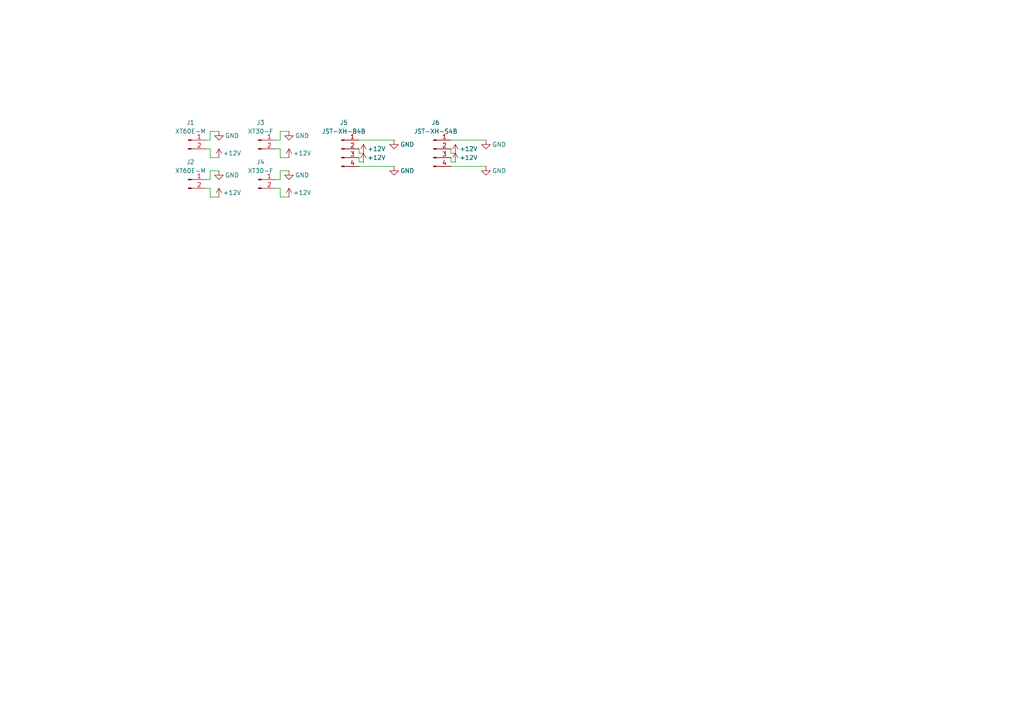
<source format=kicad_sch>
(kicad_sch (version 20231120) (generator "eeschema") (generator_version "8.0")
  (paper "A4")
  (title_block (title "Power Plate") (date "2024-06-06") (rev "v1.0") (company "Zhou Yikun & Zachary Ang") (comment 1 "RoboCup Junior Soccer Open 2024"))
  (lib_symbols
    (symbol "Connector:Conn_01x02_Pin" (pin_names (offset 1.016) hide)
      (property "Reference" "J" (at 0 2.54 0))
      (property "Value" "Conn_01x02_Pin" (at 0 -5.08 0))
      (symbol "Conn_01x02_Pin_1_1"
        (polyline (pts (xy 1.27 -2.54) (xy 0.8636 -2.54)) (stroke (width 0.1524)))
        (polyline (pts (xy 1.27 0) (xy 0.8636 0)) (stroke (width 0.1524)))
        (rectangle (start 0.8636 -2.413) (end 0 -2.667) (stroke (width 0.1524)) (fill (type outline)))
        (rectangle (start 0.8636 0.127) (end 0 -0.127) (stroke (width 0.1524)) (fill (type outline)))
        (pin passive line (at 5.08 0 180) (length 3.81) (name "Pin_1") (number "1"))
        (pin passive line (at 5.08 -2.54 180) (length 3.81) (name "Pin_2") (number "2"))
      )
    )
    (symbol "Connector:Conn_01x04_Pin" (pin_names (offset 1.016) hide)
      (property "Reference" "J" (at 0 5.08 0))
      (property "Value" "Conn_01x04_Pin" (at 0 -7.62 0))
      (symbol "Conn_01x04_Pin_1_1"
        (polyline (pts (xy 1.27 -5.08) (xy 0.8636 -5.08)) (stroke (width 0.1524)))
        (polyline (pts (xy 1.27 -2.54) (xy 0.8636 -2.54)) (stroke (width 0.1524)))
        (polyline (pts (xy 1.27 0) (xy 0.8636 0)) (stroke (width 0.1524)))
        (polyline (pts (xy 1.27 2.54) (xy 0.8636 2.54)) (stroke (width 0.1524)))
        (rectangle (start 0.8636 -4.953) (end 0 -5.207) (stroke (width 0.1524)) (fill (type outline)))
        (rectangle (start 0.8636 -2.413) (end 0 -2.667) (stroke (width 0.1524)) (fill (type outline)))
        (rectangle (start 0.8636 0.127) (end 0 -0.127) (stroke (width 0.1524)) (fill (type outline)))
        (rectangle (start 0.8636 2.667) (end 0 2.413) (stroke (width 0.1524)) (fill (type outline)))
        (pin passive line (at 5.08 2.54 180) (length 3.81) (name "Pin_1") (number "1"))
        (pin passive line (at 5.08 0 180) (length 3.81) (name "Pin_2") (number "2"))
        (pin passive line (at 5.08 -2.54 180) (length 3.81) (name "Pin_3") (number "3"))
        (pin passive line (at 5.08 -5.08 180) (length 3.81) (name "Pin_4") (number "4"))
      )
    )
    (symbol "power:+12V" (power) (pin_numbers hide) (pin_names (offset 0) hide)
      (property "Value" "+12V" (at 0 3.556 0))
      (symbol "+12V_0_1"
        (polyline (pts (xy -0.762 1.27) (xy 0 2.54)))
        (polyline (pts (xy 0 0) (xy 0 2.54)))
        (polyline (pts (xy 0 2.54) (xy 0.762 1.27)))
      )
      (symbol "+12V_1_1"
        (pin power_in line (at 0 0 90) (length 0) (name "~") (number "1"))
      )
    )
    (symbol "power:GND" (power) (pin_numbers hide) (pin_names (offset 0) hide)
      (property "Value" "GND" (at 0 -3.81 0))
      (symbol "GND_0_1"
        (polyline (pts (xy 0 0) (xy 0 -1.27) (xy 1.27 -1.27) (xy 0 -2.54) (xy -1.27 -1.27) (xy 0 -1.27)))
      )
      (symbol "GND_1_1"
        (pin power_in line (at 0 0 270) (length 0) (name "~") (number "1"))
      )
    )
  )
  (wire (pts (xy 81.28 43.18) (xy 81.28 45.72)))
  (wire (pts (xy 104.14 48.26) (xy 114.3 48.26)))
  (wire (pts (xy 60.96 40.64) (xy 59.69 40.64)))
  (wire (pts (xy 130.81 40.64) (xy 140.97 40.64)))
  (wire (pts (xy 60.96 40.64) (xy 60.96 38.1)))
  (wire (pts (xy 60.96 54.61) (xy 60.96 57.15)))
  (wire (pts (xy 81.28 45.72) (xy 83.82 45.72)))
  (wire (pts (xy 81.28 54.61) (xy 81.28 57.15)))
  (wire (pts (xy 60.96 43.18) (xy 60.96 45.72)))
  (wire (pts (xy 104.14 44.45) (xy 104.14 43.18)))
  (wire (pts (xy 60.96 52.07) (xy 59.69 52.07)))
  (wire (pts (xy 105.41 44.45) (xy 104.14 44.45)))
  (wire (pts (xy 60.96 54.61) (xy 59.69 54.61)))
  (wire (pts (xy 60.96 38.1) (xy 63.5 38.1)))
  (wire (pts (xy 60.96 49.53) (xy 63.5 49.53)))
  (wire (pts (xy 60.96 45.72) (xy 63.5 45.72)))
  (wire (pts (xy 81.28 49.53) (xy 83.82 49.53)))
  (wire (pts (xy 81.28 57.15) (xy 83.82 57.15)))
  (wire (pts (xy 81.28 40.64) (xy 80.01 40.64)))
  (wire (pts (xy 60.96 57.15) (xy 63.5 57.15)))
  (wire (pts (xy 81.28 54.61) (xy 80.01 54.61)))
  (wire (pts (xy 81.28 40.64) (xy 81.28 38.1)))
  (wire (pts (xy 130.81 45.72) (xy 130.81 46.99)))
  (wire (pts (xy 130.81 43.18) (xy 130.81 44.45)))
  (wire (pts (xy 81.28 52.07) (xy 80.01 52.07)))
  (wire (pts (xy 130.81 48.26) (xy 140.97 48.26)))
  (wire (pts (xy 132.08 44.45) (xy 130.81 44.45)))
  (wire (pts (xy 81.28 43.18) (xy 80.01 43.18)))
  (wire (pts (xy 81.28 52.07) (xy 81.28 49.53)))
  (wire (pts (xy 60.96 52.07) (xy 60.96 49.53)))
  (wire (pts (xy 132.08 46.99) (xy 130.81 46.99)))
  (wire (pts (xy 104.14 46.99) (xy 104.14 45.72)))
  (wire (pts (xy 104.14 40.64) (xy 114.3 40.64)))
  (wire (pts (xy 81.28 38.1) (xy 83.82 38.1)))
  (wire (pts (xy 60.96 43.18) (xy 59.69 43.18)))
  (wire (pts (xy 105.41 46.99) (xy 104.14 46.99)))
  (symbol (lib_id "Connector:Conn_01x02_Pin") (at 54.61 52.07 0) (unit 1)
    (property "Reference" "J2" (at 55.245 46.99 0))
    (property "Value" "XT60E-M" (at 55.245 49.53 0))
    (property "Footprint" "Connector_AMASS:AMASS_XT60-M_1x02_P7.20mm_Vertical" (effects (hide yes)))
    (property "Description" "Generic connector, single row, 01x02, script generated" (effects (hide yes)))
  )
  (symbol (lib_id "Connector:Conn_01x02_Pin") (at 74.93 40.64 0) (unit 1)
    (property "Reference" "J3" (at 75.565 35.56 0))
    (property "Value" "XT30-F" (at 75.565 38.1 0))
    (property "Footprint" "Connector_AMASS:AMASS_XT30U-F_1x02_P5.0mm_Vertical" (effects (hide yes)))
    (property "Description" "Generic connector, single row, 01x02, script generated" (effects (hide yes)))
  )
  (symbol (lib_id "power:+12V") (at 63.5 57.15 0) (unit 1)
    (property "Reference" "#PWR04" (effects (hide yes)))
    (property "Value" "+12V" (at 67.31 55.88 0))
    (property "Description" "Power symbol creates a global label with name \"+12V\"" (effects (hide yes)))
  )
  (symbol (lib_id "power:+12V") (at 132.08 44.45 0) (unit 1)
    (property "Reference" "#PWR09" (effects (hide yes)))
    (property "Value" "+12V" (at 135.89 43.18 0))
  )
  (symbol (lib_id "power:GND") (at 140.97 48.26 0) (unit 1)
    (property "Reference" "#PWR016" (effects (hide yes)))
    (property "Value" "GND" (at 144.78 49.53 0))
  )
  (symbol (lib_id "power:GND") (at 63.5 49.53 0) (unit 1)
    (property "Reference" "#PWR03" (effects (hide yes)))
    (property "Value" "GND" (at 67.31 50.8 0))
    (property "Description" "Power symbol creates a global label with name \"GND\" , ground" (effects (hide yes)))
  )
  (symbol (lib_id "Connector:Conn_01x04_Pin") (at 125.73 43.18 0) (unit 1)
    (property "Reference" "J6" (at 126.365 35.56 0))
    (property "Value" "JST-XH-S4B" (at 126.365 38.1 0))
    (property "Footprint" "Connector_JST:JST_XH_S4B-XH-A_1x04_P2.50mm_Horizontal" (effects (hide yes)))
    (property "Description" "Generic connector, single row, 01x04, script generated" (effects (hide yes)))
  )
  (symbol (lib_id "power:+12V") (at 83.82 57.15 0) (unit 1)
    (property "Reference" "#PWR08" (effects (hide yes)))
    (property "Value" "+12V" (at 87.63 55.88 0))
    (property "Description" "Power symbol creates a global label with name \"+12V\"" (effects (hide yes)))
  )
  (symbol (lib_id "power:+12V") (at 132.08 46.99 0) (unit 1)
    (property "Reference" "#PWR010" (effects (hide yes)))
    (property "Value" "+12V" (at 135.89 45.72 0))
  )
  (symbol (lib_id "power:+12V") (at 105.41 44.45 0) (unit 1)
    (property "Reference" "#PWR013" (effects (hide yes)))
    (property "Value" "+12V" (at 109.22 43.18 0))
  )
  (symbol (lib_id "Connector:Conn_01x02_Pin") (at 54.61 40.64 0) (unit 1)
    (property "Reference" "J1" (at 55.245 35.56 0))
    (property "Value" "XT60E-M" (at 55.245 38.1 0))
    (property "Footprint" "Connector_AMASS:AMASS_XT60-M_1x02_P7.20mm_Vertical" (effects (hide yes)))
    (property "Description" "Generic connector, single row, 01x02, script generated" (effects (hide yes)))
  )
  (symbol (lib_id "power:GND") (at 83.82 38.1 0) (unit 1)
    (property "Reference" "#PWR05" (effects (hide yes)))
    (property "Value" "GND" (at 87.63 39.37 0))
    (property "Description" "Power symbol creates a global label with name \"GND\" , ground" (effects (hide yes)))
  )
  (symbol (lib_id "power:+12V") (at 83.82 45.72 0) (unit 1)
    (property "Reference" "#PWR06" (effects (hide yes)))
    (property "Value" "+12V" (at 87.63 44.45 0))
    (property "Description" "Power symbol creates a global label with name \"+12V\"" (effects (hide yes)))
  )
  (symbol (lib_id "power:GND") (at 140.97 40.64 0) (unit 1)
    (property "Reference" "#PWR012" (effects (hide yes)))
    (property "Value" "GND" (at 144.78 41.91 0))
  )
  (symbol (lib_id "Connector:Conn_01x04_Pin") (at 99.06 43.18 0) (unit 1)
    (property "Reference" "J5" (at 99.695 35.56 0))
    (property "Value" "JST-XH-B4B" (at 99.695 38.1 0))
    (property "Footprint" "Connector_JST:JST_XH_B4B-XH-A_1x04_P2.50mm_Vertical" (effects (hide yes)))
    (property "Description" "Generic connector, single row, 01x04, script generated" (effects (hide yes)))
  )
  (symbol (lib_id "power:GND") (at 114.3 40.64 0) (unit 1)
    (property "Reference" "#PWR015" (effects (hide yes)))
    (property "Value" "GND" (at 118.11 41.91 0))
  )
  (symbol (lib_id "Connector:Conn_01x02_Pin") (at 74.93 52.07 0) (unit 1)
    (property "Reference" "J4" (at 75.565 46.99 0))
    (property "Value" "XT30-F" (at 75.565 49.53 0))
    (property "Footprint" "Connector_AMASS:AMASS_XT30U-F_1x02_P5.0mm_Vertical" (effects (hide yes)))
    (property "Description" "Generic connector, single row, 01x02, script generated" (effects (hide yes)))
  )
  (symbol (lib_id "power:GND") (at 83.82 49.53 0) (unit 1)
    (property "Reference" "#PWR07" (effects (hide yes)))
    (property "Value" "GND" (at 87.63 50.8 0))
    (property "Description" "Power symbol creates a global label with name \"GND\" , ground" (effects (hide yes)))
  )
  (symbol (lib_id "power:+12V") (at 105.41 46.99 0) (unit 1)
    (property "Reference" "#PWR011" (effects (hide yes)))
    (property "Value" "+12V" (at 109.22 45.72 0))
  )
  (symbol (lib_id "power:GND") (at 114.3 48.26 0) (unit 1)
    (property "Reference" "#PWR014" (effects (hide yes)))
    (property "Value" "GND" (at 118.11 49.53 0))
  )
  (symbol (lib_id "power:GND") (at 63.5 38.1 0) (unit 1)
    (property "Reference" "#PWR02" (effects (hide yes)))
    (property "Value" "GND" (at 67.31 39.37 0))
    (property "Description" "Power symbol creates a global label with name \"GND\" , ground" (effects (hide yes)))
  )
  (symbol (lib_id "power:+12V") (at 63.5 45.72 0) (unit 1)
    (property "Reference" "#PWR01" (effects (hide yes)))
    (property "Value" "+12V" (at 67.31 44.45 0))
    (property "Description" "Power symbol creates a global label with name \"+12V\"" (effects (hide yes)))
  )
)
</source>
